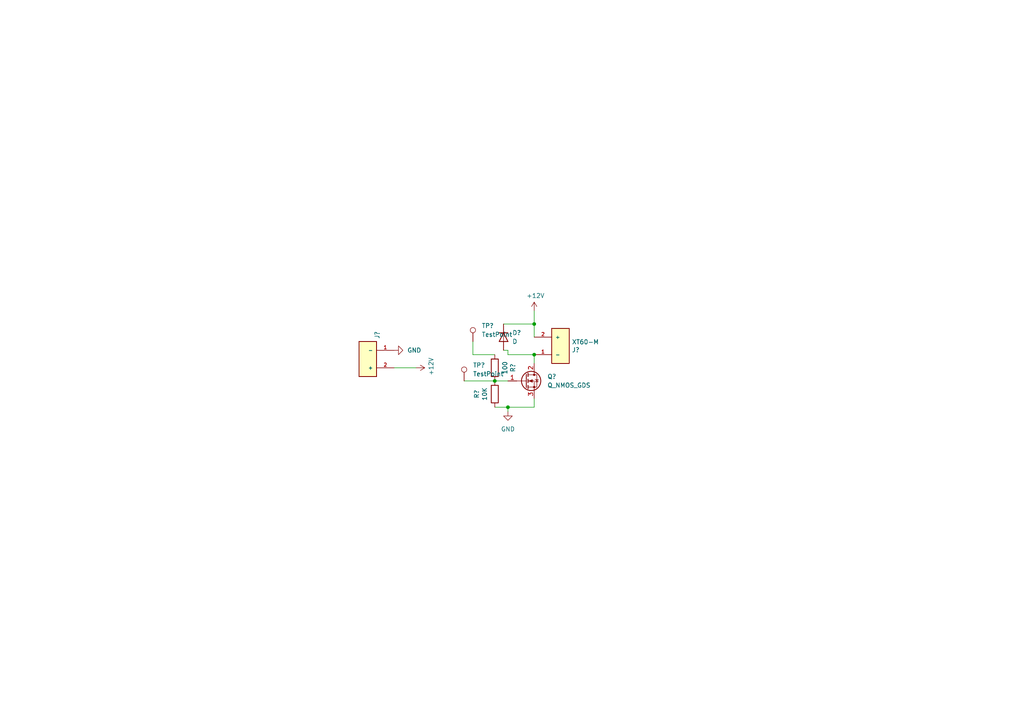
<source format=kicad_sch>
(kicad_sch (version 20211123) (generator eeschema)
  (paper "A4")
  (lib_symbols
    (symbol "CaelusPCB-cache:CaelusPCB-rescue_XT60-M-CaelusPCB" (pin_names (offset 1.016))
      (property "Reference" "J" (at -2.54 5.715 0))
      (property "Value" "CaelusPCB-rescue_XT60-M-CaelusPCB" (at -2.794 -6.35 0))
      (symbol "CaelusPCB-rescue_XT60-M-CaelusPCB_0_0"
        (rectangle (start -2.54 -5.08) (end 2.54 5.08) (stroke (width 0.254)) (fill (type background)))
        (pin passive line (at -7.62 2.54 0) (length 5.08) (name "-") (number "1"))
        (pin passive line (at -7.62 -2.54 0) (length 5.08) (name "+") (number "2"))
      )
    )
    (symbol "CaelusPCB-rescue:XT60-M-CaelusPCB" (pin_names (offset 1.016))
      (property "Reference" "J" (at -2.54 5.715 0))
      (property "Value" "XT60-M-CaelusPCB" (at -2.794 -6.35 0))
      (symbol "XT60-M-CaelusPCB_0_0"
        (rectangle (start -2.54 -5.08) (end 2.54 5.08) (stroke (width 0.254)) (fill (type background)))
        (pin passive line (at -7.62 2.54 0) (length 5.08) (name "-") (number "1"))
        (pin passive line (at -7.62 -2.54 0) (length 5.08) (name "+") (number "2"))
      )
    )
    (symbol "Connector:TestPoint" (pin_numbers hide) (pin_names (offset 0.762) hide)
      (property "Reference" "TP" (at 0 6.858 0))
      (property "Value" "TestPoint" (at 0 5.08 0))
      (symbol "TestPoint_0_1"
        (circle (center 0 3.302) (radius 0.762))
      )
      (symbol "TestPoint_1_1"
        (pin passive line (at 0 0 90) (length 2.54) (name "1") (number "1"))
      )
    )
    (symbol "Device:D" (pin_numbers hide) (pin_names (offset 1.016) hide)
      (property "Reference" "D" (at 0 2.54 0))
      (property "Value" "D" (at 0 -2.54 0))
      (symbol "D_0_1"
        (polyline (pts (xy -1.27 1.27) (xy -1.27 -1.27)) (stroke (width 0.254)))
        (polyline (pts (xy 1.27 0) (xy -1.27 0)))
        (polyline (pts (xy 1.27 1.27) (xy 1.27 -1.27) (xy -1.27 0) (xy 1.27 1.27)) (stroke (width 0.254)))
      )
      (symbol "D_1_1"
        (pin passive line (at -3.81 0 0) (length 2.54) (name "K") (number "1"))
        (pin passive line (at 3.81 0 180) (length 2.54) (name "A") (number "2"))
      )
    )
    (symbol "Device:Q_NMOS_GDS" (pin_names (offset 0) hide)
      (property "Reference" "Q" (at 5.08 1.27 0))
      (property "Value" "Q_NMOS_GDS" (at 5.08 -1.27 0))
      (symbol "Q_NMOS_GDS_0_1"
        (polyline (pts (xy 0.254 0) (xy -2.54 0)))
        (polyline (pts (xy 0.254 1.905) (xy 0.254 -1.905)) (stroke (width 0.254)))
        (polyline (pts (xy 0.762 -1.27) (xy 0.762 -2.286)) (stroke (width 0.254)))
        (polyline (pts (xy 0.762 0.508) (xy 0.762 -0.508)) (stroke (width 0.254)))
        (polyline (pts (xy 0.762 2.286) (xy 0.762 1.27)) (stroke (width 0.254)))
        (polyline (pts (xy 2.54 2.54) (xy 2.54 1.778)))
        (polyline (pts (xy 2.54 -2.54) (xy 2.54 0) (xy 0.762 0)))
        (polyline (pts (xy 0.762 -1.778) (xy 3.302 -1.778) (xy 3.302 1.778) (xy 0.762 1.778)))
        (polyline (pts (xy 1.016 0) (xy 2.032 0.381) (xy 2.032 -0.381) (xy 1.016 0)) (fill (type outline)))
        (polyline (pts (xy 2.794 0.508) (xy 2.921 0.381) (xy 3.683 0.381) (xy 3.81 0.254)))
        (polyline (pts (xy 3.302 0.381) (xy 2.921 -0.254) (xy 3.683 -0.254) (xy 3.302 0.381)))
        (circle (center 1.651 0) (radius 2.794) (stroke (width 0.254)))
        (circle (center 2.54 -1.778) (radius 0.254) (fill (type outline)))
        (circle (center 2.54 1.778) (radius 0.254) (fill (type outline)))
      )
      (symbol "Q_NMOS_GDS_1_1"
        (pin input line (at -5.08 0 0) (length 2.54) (name "G") (number "1"))
        (pin passive line (at 2.54 5.08 270) (length 2.54) (name "D") (number "2"))
        (pin passive line (at 2.54 -5.08 90) (length 2.54) (name "S") (number "3"))
      )
    )
    (symbol "Device:R" (pin_numbers hide) (pin_names (offset 0))
      (property "Reference" "R" (at 2.032 0 90))
      (property "Value" "R" (at 0 0 90))
      (symbol "R_0_1"
        (rectangle (start -1.016 -2.54) (end 1.016 2.54) (stroke (width 0.254)))
      )
      (symbol "R_1_1"
        (pin passive line (at 0 3.81 270) (length 1.27) (name "~") (number "1"))
        (pin passive line (at 0 -3.81 90) (length 1.27) (name "~") (number "2"))
      )
    )
    (symbol "power:+12V" (power) (pin_names (offset 0))
      (property "Value" "+12V" (at 0 3.556 0))
      (symbol "+12V_0_1"
        (polyline (pts (xy -0.762 1.27) (xy 0 2.54)))
        (polyline (pts (xy 0 0) (xy 0 2.54)))
        (polyline (pts (xy 0 2.54) (xy 0.762 1.27)))
      )
      (symbol "+12V_1_1"
        (pin power_in line (at 0 0 90) (length 0) hide (name "+12V") (number "1"))
      )
    )
    (symbol "power:GND" (power) (pin_names (offset 0))
      (property "Value" "GND" (at 0 -3.81 0))
      (symbol "GND_0_1"
        (polyline (pts (xy 0 0) (xy 0 -1.27) (xy 1.27 -1.27) (xy 0 -2.54) (xy -1.27 -1.27) (xy 0 -1.27)))
      )
      (symbol "GND_1_1"
        (pin power_in line (at 0 0 270) (length 0) hide (name "GND") (number "1"))
      )
    )
  )
  (junction (at 143.51 110.49))
  (junction (at 154.94 93.98))
  (junction (at 154.94 102.87))
  (junction (at 147.32 118.11))
  (wire (pts (xy 143.51 102.87) (xy 137.16 102.87)))
  (wire (pts (xy 146.05 93.98) (xy 154.94 93.98)))
  (wire (pts (xy 154.94 93.98) (xy 154.94 97.79)))
  (wire (pts (xy 147.32 102.87) (xy 147.32 101.6)))
  (wire (pts (xy 137.16 102.87) (xy 137.16 99.06)))
  (wire (pts (xy 147.32 118.11) (xy 154.94 118.11)))
  (wire (pts (xy 154.94 102.87) (xy 147.32 102.87)))
  (wire (pts (xy 120.65 106.68) (xy 114.3 106.68)))
  (wire (pts (xy 134.62 110.49) (xy 143.51 110.49)))
  (wire (pts (xy 143.51 118.11) (xy 147.32 118.11)))
  (wire (pts (xy 143.51 110.49) (xy 147.32 110.49)))
  (wire (pts (xy 147.32 119.38) (xy 147.32 118.11)))
  (wire (pts (xy 154.94 90.17) (xy 154.94 93.98)))
  (wire (pts (xy 154.94 102.87) (xy 154.94 105.41)))
  (wire (pts (xy 147.32 101.6) (xy 146.05 101.6)))
  (wire (pts (xy 154.94 118.11) (xy 154.94 115.57)))
  (symbol (lib_id "power:GND") (at 114.3 101.6 90) (unit 1)
    (property "Reference" "#PWR?" (effects hide))
    (property "Value" "GND" (at 118.11 101.5999 90) (effects (justify right)))
  )
  (symbol (lib_id "power:+12V") (at 154.94 90.17 0) (unit 1)
    (property "Reference" "#PWR?" (effects hide))
    (property "Value" "+12V" (at 155.321 85.7758 0))
  )
  (symbol (lib_id "Device:R") (at 143.51 114.3 180) (unit 1)
    (property "Reference" "R?" (at 138.2522 114.3 90))
    (property "Value" "10K" (at 140.5636 114.3 90))
    (property "Footprint" "Resistor_THT:R_Axial_DIN0309_L9.0mm_D3.2mm_P12.70mm_Horizontal" (effects hide))
  )
  (symbol (lib_id "Connector:TestPoint") (at 137.16 99.06 0) (unit 1)
    (property "Reference" "TP?" (at 139.7 94.4879 0) (effects (justify left)))
    (property "Value" "TestPoint" (at 139.7 97.0279 0) (effects (justify left)))
    (property "Footprint" "TestPoint:TestPoint_THTPad_D2.0mm_Drill1.0mm" (effects hide))
  )
  (symbol (lib_id "CaelusPCB-cache:CaelusPCB-rescue_XT60-M-CaelusPCB") (at 106.68 104.14 0) (mirror y) (unit 1)
    (property "Reference" "J?" (at 109.3978 98.298 90) (effects (justify left)))
    (property "Value" "CaelusPCB-rescue_XT60-M-CaelusPCB" (effects hide))
    (property "Footprint" "Launchbox:AMASS_XT60-M" (effects hide))
    (property "MANUFACTURER" "AMASS" (effects hide))
    (property "PARTREV" "1.2" (effects hide))
    (property "STANDARD" "IPC-7251" (effects hide))
  )
  (symbol (lib_id "power:+12V") (at 120.65 106.68 270) (mirror x) (unit 1)
    (property "Reference" "#PWR?" (effects hide))
    (property "Value" "+12V" (at 125.0442 106.299 0))
  )
  (symbol (lib_id "Device:Q_NMOS_GDS") (at 152.4 110.49 0) (unit 1)
    (property "Reference" "Q?" (at 158.75 109.2199 0) (effects (justify left)))
    (property "Value" "Q_NMOS_GDS" (at 158.75 111.7599 0) (effects (justify left)))
    (property "Footprint" "Package_TO_SOT_THT:TO-220-3_Vertical" (effects hide))
  )
  (symbol (lib_id "Device:R") (at 143.51 106.68 0) (unit 1)
    (property "Reference" "R?" (at 148.7678 106.68 90))
    (property "Value" "100" (at 146.4564 106.68 90))
    (property "Footprint" "Resistor_THT:R_Axial_DIN0309_L9.0mm_D3.2mm_P12.70mm_Horizontal" (effects hide))
  )
  (symbol (lib_id "Connector:TestPoint") (at 134.62 110.49 0) (unit 1)
    (property "Reference" "TP?" (at 137.16 105.9179 0) (effects (justify left)))
    (property "Value" "TestPoint" (at 137.16 108.4579 0) (effects (justify left)))
    (property "Footprint" "TestPoint:TestPoint_THTPad_D2.0mm_Drill1.0mm" (effects hide))
  )
  (symbol (lib_id "power:GND") (at 147.32 119.38 0) (unit 1)
    (property "Reference" "#PWR?" (effects hide))
    (property "Value" "GND" (at 147.32 124.46 0))
  )
  (symbol (lib_id "CaelusPCB-rescue:XT60-M-CaelusPCB") (at 162.56 100.33 0) (mirror x) (unit 1)
    (property "Reference" "J?" (at 165.862 101.4984 0) (effects (justify left)))
    (property "Value" "XT60-M" (at 165.862 99.187 0) (effects (justify left)))
    (property "Footprint" "Launchbox:AMASS_XT60-M" (effects hide))
    (property "MANUFACTURER" "AMASS" (effects hide))
    (property "PARTREV" "1.2" (effects hide))
    (property "STANDARD" "IPC-7251" (effects hide))
  )
  (symbol (lib_id "Device:D") (at 146.05 97.79 270) (unit 1)
    (property "Reference" "D?" (at 148.59 96.5199 90) (effects (justify left)))
    (property "Value" "D" (at 148.59 99.0599 90) (effects (justify left)))
    (property "Footprint" "Diode_THT:D_A-405_P2.54mm_Vertical_AnodeUp" (effects hide))
  )
)
</source>
